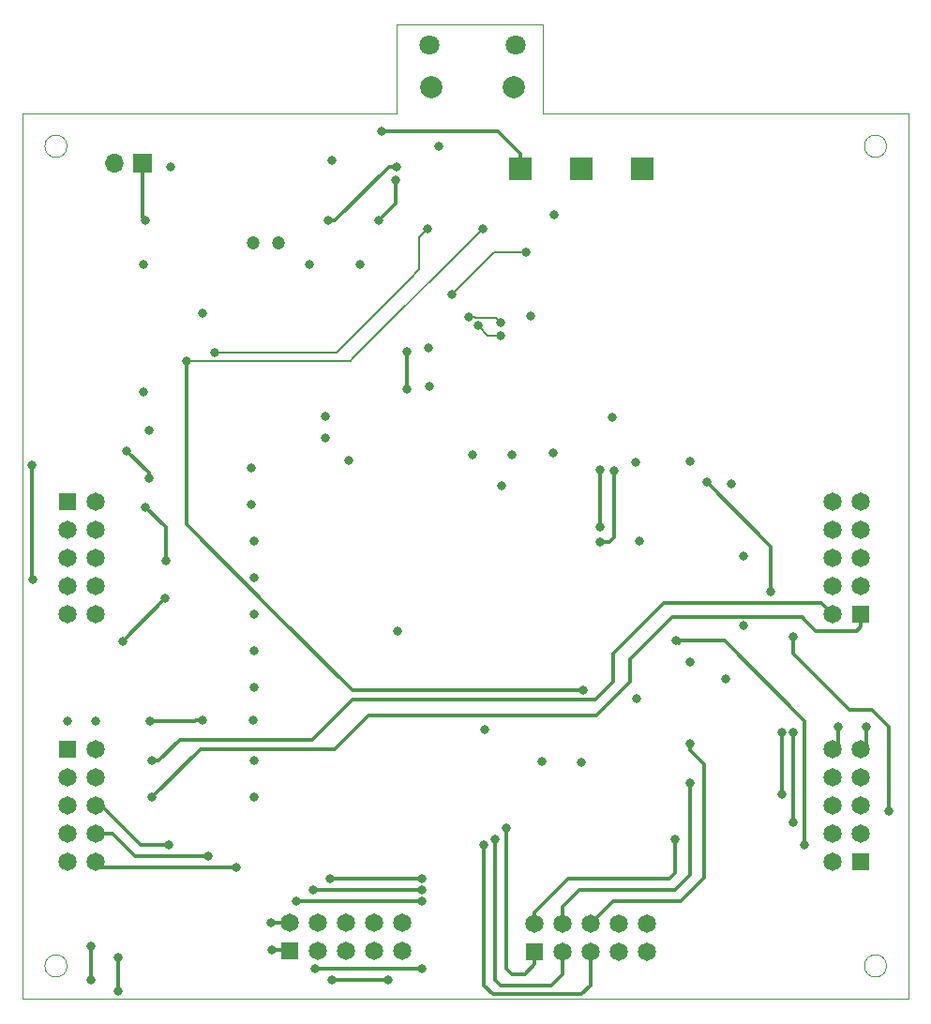
<source format=gbr>
%TF.GenerationSoftware,KiCad,Pcbnew,(5.0.0)*%
%TF.CreationDate,2020-03-23T14:11:06+01:00*%
%TF.ProjectId,Schaltplan_Mainboard,536368616C74706C616E5F4D61696E62,rev?*%
%TF.SameCoordinates,Original*%
%TF.FileFunction,Copper,L4,Bot,Signal*%
%TF.FilePolarity,Positive*%
%FSLAX46Y46*%
G04 Gerber Fmt 4.6, Leading zero omitted, Abs format (unit mm)*
G04 Created by KiCad (PCBNEW (5.0.0)) date 03/23/20 14:11:06*
%MOMM*%
%LPD*%
G01*
G04 APERTURE LIST*
%TA.AperFunction,NonConductor*%
%ADD10C,0.100000*%
%TD*%
%TA.AperFunction,ComponentPad*%
%ADD11R,1.650000X1.650000*%
%TD*%
%TA.AperFunction,ComponentPad*%
%ADD12C,1.650000*%
%TD*%
%TA.AperFunction,ComponentPad*%
%ADD13R,1.700000X1.700000*%
%TD*%
%TA.AperFunction,ComponentPad*%
%ADD14O,1.700000X1.700000*%
%TD*%
%TA.AperFunction,ComponentPad*%
%ADD15R,2.000000X2.000000*%
%TD*%
%TA.AperFunction,ComponentPad*%
%ADD16C,1.800000*%
%TD*%
%TA.AperFunction,ComponentPad*%
%ADD17C,2.000000*%
%TD*%
%TA.AperFunction,ViaPad*%
%ADD18C,0.800000*%
%TD*%
%TA.AperFunction,ViaPad*%
%ADD19C,1.200000*%
%TD*%
%TA.AperFunction,Conductor*%
%ADD20C,0.200000*%
%TD*%
%TA.AperFunction,Conductor*%
%ADD21C,0.350000*%
%TD*%
G04 APERTURE END LIST*
D10*
X172400000Y-64440000D02*
X205400000Y-64440000D01*
X172400000Y-56440000D02*
X159200000Y-56440000D01*
X172400000Y-64440000D02*
X172400000Y-56440000D01*
X125400000Y-64440000D02*
X159200000Y-64440000D01*
X159200000Y-64440000D02*
X159200000Y-56440000D01*
X129400000Y-141450000D02*
G75*
G03X129400000Y-141450000I-1000000J0D01*
G01*
X203410000Y-67440000D02*
G75*
G03X203410000Y-67440000I-1000000J0D01*
G01*
X129400000Y-67440000D02*
G75*
G03X129400000Y-67440000I-1000000J0D01*
G01*
X203410000Y-141450000D02*
G75*
G03X203410000Y-141450000I-1000000J0D01*
G01*
X125400000Y-64440000D02*
X125400000Y-144440000D01*
X125400000Y-144440000D02*
X205400000Y-144440000D01*
X205400000Y-64440000D02*
X205400000Y-144440000D01*
D11*
%TO.P,J5,1*%
%TO.N,Net-(J5-Pad1)*%
X201092000Y-109652000D03*
D12*
%TO.P,J5,2*%
%TO.N,Net-(J5-Pad2)*%
X198552000Y-109652000D03*
%TO.P,J5,3*%
%TO.N,N/C*%
X201092000Y-107112000D03*
%TO.P,J5,4*%
X198552000Y-107112000D03*
%TO.P,J5,5*%
X201092000Y-104572000D03*
%TO.P,J5,6*%
X198552000Y-104572000D03*
%TO.P,J5,7*%
X201092000Y-102032000D03*
%TO.P,J5,8*%
X198552000Y-102032000D03*
%TO.P,J5,9*%
X201092000Y-99492000D03*
%TO.P,J5,10*%
X198552000Y-99492000D03*
%TD*%
%TO.P,J3,10*%
%TO.N,N/C*%
X181788000Y-137592000D03*
%TO.P,J3,9*%
X181788000Y-140132000D03*
%TO.P,J3,8*%
X179248000Y-137592000D03*
%TO.P,J3,7*%
X179248000Y-140132000D03*
%TO.P,J3,6*%
%TO.N,Net-(C29-Pad1)*%
X176708000Y-137592000D03*
%TO.P,J3,5*%
%TO.N,Net-(J3-Pad5)*%
X176708000Y-140132000D03*
%TO.P,J3,4*%
%TO.N,Net-(C28-Pad1)*%
X174168000Y-137592000D03*
%TO.P,J3,3*%
%TO.N,Net-(J3-Pad3)*%
X174168000Y-140132000D03*
%TO.P,J3,2*%
%TO.N,Net-(C27-Pad1)*%
X171628000Y-137592000D03*
D11*
%TO.P,J3,1*%
%TO.N,Net-(J3-Pad1)*%
X171628000Y-140132000D03*
%TD*%
D13*
%TO.P,TP1,1*%
%TO.N,EN*%
X136195000Y-68948500D03*
D14*
%TO.P,TP1,2*%
%TO.N,GND*%
X133655000Y-68948500D03*
%TD*%
D15*
%TO.P,TP2,1*%
%TO.N,+3V3*%
X175882500Y-69456500D03*
%TD*%
%TO.P,TP3,1*%
%TO.N,+5V*%
X170358000Y-69456500D03*
%TD*%
%TO.P,TP4,1*%
%TO.N,GND*%
X181343500Y-69456500D03*
%TD*%
D16*
%TO.P,J1,6*%
%TO.N,Net-(J1-Pad6)*%
X162125000Y-58290000D03*
X169875000Y-58290000D03*
D17*
X162275000Y-62090000D03*
X169725000Y-62090000D03*
%TD*%
D11*
%TO.P,J2,1*%
%TO.N,+3V3*%
X149520862Y-140095843D03*
D12*
%TO.P,J2,2*%
%TO.N,GND*%
X149520862Y-137555843D03*
%TO.P,J2,3*%
%TO.N,+5V*%
X152060862Y-140095843D03*
%TO.P,J2,4*%
%TO.N,/VSPI_CLK*%
X152060862Y-137555843D03*
%TO.P,J2,5*%
%TO.N,/SCL*%
X154600862Y-140095843D03*
%TO.P,J2,6*%
%TO.N,/VSPI_MOSI*%
X154600862Y-137555843D03*
%TO.P,J2,7*%
%TO.N,/SDA*%
X157140862Y-140095843D03*
%TO.P,J2,8*%
%TO.N,/VSPI_MISO*%
X157140862Y-137555843D03*
%TO.P,J2,9*%
%TO.N,Net-(J2-Pad9)*%
X159680862Y-140095843D03*
%TO.P,J2,10*%
%TO.N,/VSPI_CS*%
X159680862Y-137555843D03*
%TD*%
%TO.P,J7,10*%
%TO.N,N/C*%
X132004000Y-109652000D03*
%TO.P,J7,9*%
X129464000Y-109652000D03*
%TO.P,J7,8*%
%TO.N,Net-(J7-Pad8)*%
X132004000Y-107112000D03*
%TO.P,J7,7*%
%TO.N,Net-(J7-Pad7)*%
X129464000Y-107112000D03*
%TO.P,J7,6*%
%TO.N,Net-(C23-Pad1)*%
X132004000Y-104572000D03*
%TO.P,J7,5*%
%TO.N,Net-(J7-Pad5)*%
X129464000Y-104572000D03*
%TO.P,J7,4*%
%TO.N,Net-(C22-Pad1)*%
X132004000Y-102032000D03*
%TO.P,J7,3*%
%TO.N,Net-(J7-Pad3)*%
X129464000Y-102032000D03*
%TO.P,J7,2*%
%TO.N,Net-(J7-Pad2)*%
X132004000Y-99492000D03*
D11*
%TO.P,J7,1*%
%TO.N,Net-(J7-Pad1)*%
X129464000Y-99492000D03*
%TD*%
D12*
%TO.P,J4,10*%
%TO.N,/VSPI_CS*%
X198552000Y-121844000D03*
%TO.P,J4,9*%
%TO.N,Net-(J4-Pad9)*%
X201092000Y-121844000D03*
%TO.P,J4,8*%
%TO.N,/VSPI_MISO*%
X198552000Y-124384000D03*
%TO.P,J4,7*%
%TO.N,/SDA*%
X201092000Y-124384000D03*
%TO.P,J4,6*%
%TO.N,/VSPI_MOSI*%
X198552000Y-126924000D03*
%TO.P,J4,5*%
%TO.N,/SCL*%
X201092000Y-126924000D03*
%TO.P,J4,4*%
%TO.N,/VSPI_CLK*%
X198552000Y-129464000D03*
%TO.P,J4,3*%
%TO.N,+5V*%
X201092000Y-129464000D03*
%TO.P,J4,2*%
%TO.N,GND*%
X198552000Y-132004000D03*
D11*
%TO.P,J4,1*%
%TO.N,+3V3*%
X201092000Y-132004000D03*
%TD*%
D12*
%TO.P,J6,10*%
%TO.N,/VSPI_CS*%
X132004000Y-132004000D03*
%TO.P,J6,9*%
%TO.N,Net-(J6-Pad9)*%
X129464000Y-132004000D03*
%TO.P,J6,8*%
%TO.N,/VSPI_MISO*%
X132004000Y-129464000D03*
%TO.P,J6,7*%
%TO.N,/SDA*%
X129464000Y-129464000D03*
%TO.P,J6,6*%
%TO.N,/VSPI_MOSI*%
X132004000Y-126924000D03*
%TO.P,J6,5*%
%TO.N,/SCL*%
X129464000Y-126924000D03*
%TO.P,J6,4*%
%TO.N,/VSPI_CLK*%
X132004000Y-124384000D03*
%TO.P,J6,3*%
%TO.N,+5V*%
X129464000Y-124384000D03*
%TO.P,J6,2*%
%TO.N,GND*%
X132004000Y-121844000D03*
D11*
%TO.P,J6,1*%
%TO.N,+3V3*%
X129464000Y-121844000D03*
%TD*%
D18*
%TO.N,Net-(C13-Pad1)*%
X166536000Y-83629000D03*
X168580000Y-84506000D03*
%TO.N,/RXD*%
X177546000Y-101854000D03*
X177546000Y-96622000D03*
%TO.N,Net-(D1-Pad4)*%
X153020093Y-74157907D03*
X159120000Y-69266000D03*
%TO.N,GND*%
X167132000Y-120142000D03*
X146304000Y-116332000D03*
X146304000Y-113030000D03*
X146304000Y-109728000D03*
X146304000Y-106426000D03*
X146304000Y-103124000D03*
X146304000Y-122936000D03*
X168656000Y-98071000D03*
X190508000Y-104445000D03*
X190504000Y-110744000D03*
X185674000Y-114046000D03*
X188900000Y-115570000D03*
X146050000Y-96520000D03*
X146304000Y-126238000D03*
X146217292Y-119293292D03*
X180772000Y-95936000D03*
X147846862Y-137585843D03*
X189400000Y-97940000D03*
X146038000Y-99822000D03*
X132004000Y-119304000D03*
X159253000Y-111176000D03*
X136322000Y-89648000D03*
X136322000Y-78124000D03*
D19*
X148514000Y-76124000D03*
D18*
X153348000Y-68750000D03*
X151320593Y-78081579D03*
X155892593Y-78081579D03*
X138735000Y-69266000D03*
X141656000Y-82474000D03*
X162030000Y-85690000D03*
X173324000Y-95129000D03*
X178613000Y-91950500D03*
X166040000Y-95301000D03*
X152705000Y-93761000D03*
X154864000Y-95840000D03*
X163000000Y-67440000D03*
X172326500Y-122987000D03*
X171310500Y-82728000D03*
%TO.N,+5V*%
X126300000Y-106530000D03*
X126187400Y-96190000D03*
X157785000Y-66091000D03*
X151772000Y-141700000D03*
X161424000Y-141700000D03*
%TO.N,/SDA*%
X134036000Y-143688000D03*
X134036000Y-140640000D03*
%TO.N,+3V3*%
X181102000Y-103124000D03*
X180848000Y-117348000D03*
X185661000Y-95885000D03*
X147906862Y-140035843D03*
X129464000Y-119304000D03*
X136800000Y-93140000D03*
D19*
X146228000Y-76124000D03*
D18*
X169596000Y-95301000D03*
X152705000Y-91840000D03*
X175819000Y-123050500D03*
X173406000Y-73647500D03*
X162166500Y-89141500D03*
%TO.N,/SCL*%
X131538010Y-142714010D03*
X131538010Y-139666010D03*
X153297990Y-142714010D03*
X158377990Y-142714010D03*
X203632000Y-127432000D03*
X194996000Y-111684000D03*
%TO.N,Net-(J5-Pad2)*%
X137100000Y-122940000D03*
%TO.N,/VSPI_CLK*%
X184404000Y-112092500D03*
X150065019Y-135560000D03*
X161468000Y-135560000D03*
X196012000Y-130480000D03*
%TO.N,/VSPI_MISO*%
X142164000Y-131496000D03*
X153113019Y-133528000D03*
X161468000Y-133528000D03*
X193980000Y-125908000D03*
X193980000Y-120320000D03*
%TO.N,/VSPI_MOSI*%
X187175000Y-97790000D03*
X138608000Y-130480000D03*
X151589019Y-134544000D03*
X161468000Y-134544000D03*
X194996000Y-128448000D03*
X194996000Y-120320000D03*
X192964000Y-107620000D03*
%TO.N,IO0*%
X176022000Y-116586000D03*
X140200000Y-86810000D03*
X166929000Y-74854000D03*
%TO.N,Net-(D1-Pad3)*%
X159116000Y-70470000D03*
X157592093Y-74157907D03*
%TO.N,Net-(J5-Pad1)*%
X137100000Y-126240000D03*
%TO.N,Net-(C29-Pad1)*%
X185674000Y-121412000D03*
%TO.N,Net-(C28-Pad1)*%
X185674000Y-124968000D03*
%TO.N,Net-(C27-Pad1)*%
X184328000Y-129972000D03*
%TO.N,Net-(J3-Pad5)*%
X138254500Y-108285500D03*
X134400000Y-112140000D03*
X167056000Y-130480000D03*
%TO.N,Net-(J3-Pad3)*%
X168072000Y-129972000D03*
%TO.N,Net-(J3-Pad1)*%
X169088000Y-128956000D03*
%TO.N,Net-(C23-Pad1)*%
X141600000Y-119293292D03*
X136900000Y-119340000D03*
%TO.N,/TXD*%
X177519000Y-103151000D03*
X178800000Y-96698000D03*
%TO.N,Net-(R17-Pad1)*%
X165659000Y-82855000D03*
X168580000Y-83363000D03*
%TO.N,Net-(J7-Pad7)*%
X136800000Y-97440000D03*
X134800000Y-94940000D03*
%TO.N,Net-(J7-Pad3)*%
X136500000Y-100040000D03*
X138300000Y-104840000D03*
%TO.N,/VSPI_CS*%
X199060000Y-119812000D03*
X144704000Y-132512000D03*
%TO.N,Net-(J4-Pad9)*%
X201600000Y-119812000D03*
%TO.N,/DTR*%
X164122501Y-80823000D03*
X170850000Y-76997000D03*
%TO.N,EN*%
X142750500Y-86030000D03*
X161976000Y-74854000D03*
X136449000Y-74124000D03*
%TO.N,VBUS*%
X160071000Y-89395500D03*
X160071000Y-85966500D03*
%TD*%
D20*
%TO.N,Net-(C13-Pad1)*%
X166536000Y-83629000D02*
X166935999Y-84028999D01*
X167413000Y-84506000D02*
X166536000Y-83629000D01*
X168580000Y-84506000D02*
X167413000Y-84506000D01*
D21*
%TO.N,/RXD*%
X177546000Y-101854000D02*
X177546000Y-96622000D01*
X177546000Y-96622000D02*
X177546000Y-96622000D01*
%TO.N,Net-(D1-Pad4)*%
X153585778Y-74157907D02*
X158477685Y-69266000D01*
X153020093Y-74157907D02*
X153585778Y-74157907D01*
X158477685Y-69266000D02*
X159182000Y-69266000D01*
X159182000Y-69266000D02*
X159182000Y-69266000D01*
%TO.N,GND*%
X149370862Y-137585843D02*
X147846862Y-137585843D01*
%TO.N,+5V*%
X152058862Y-140097843D02*
X152060862Y-140095843D01*
X126187400Y-106417400D02*
X126300000Y-106530000D01*
X126187400Y-96190000D02*
X126187400Y-106417400D01*
X170358000Y-68106500D02*
X168342500Y-66091000D01*
X170358000Y-69456500D02*
X170358000Y-68106500D01*
X168342500Y-66091000D02*
X157785000Y-66091000D01*
X157785000Y-66091000D02*
X157785000Y-66091000D01*
X151772000Y-141700000D02*
X161424000Y-141700000D01*
X161424000Y-141700000D02*
X161424000Y-141700000D01*
%TO.N,/SDA*%
X134036000Y-143688000D02*
X134036000Y-142079980D01*
X134036000Y-142164000D02*
X134036000Y-140640000D01*
%TO.N,+3V3*%
X149430862Y-140035843D02*
X147906862Y-140035843D01*
%TO.N,/SCL*%
X131538010Y-142714010D02*
X131538010Y-139666010D01*
X131538010Y-139666010D02*
X131538010Y-139666010D01*
X153297990Y-142714010D02*
X158377990Y-142714010D01*
X158377990Y-142714010D02*
X158377990Y-142714010D01*
X203632000Y-127432000D02*
X203632000Y-119812000D01*
X203632000Y-119812000D02*
X202108000Y-118288000D01*
X202108000Y-118288000D02*
X200076000Y-118288000D01*
X200076000Y-118288000D02*
X195504000Y-113716000D01*
X195504000Y-113716000D02*
X194996000Y-113208000D01*
X194996000Y-113208000D02*
X194996000Y-111684000D01*
X194996000Y-111684000D02*
X194996000Y-111684000D01*
%TO.N,Net-(J5-Pad2)*%
X137665685Y-122940000D02*
X137100000Y-122940000D01*
X139565685Y-121040000D02*
X137665685Y-122940000D01*
X151500000Y-121040000D02*
X139565685Y-121040000D01*
X155178999Y-117361001D02*
X151500000Y-121040000D01*
X197536000Y-108636000D02*
X183312000Y-108636000D01*
X198552000Y-109652000D02*
X197536000Y-108636000D01*
X178740000Y-113208000D02*
X178740000Y-115748000D01*
X183312000Y-108636000D02*
X178740000Y-113208000D01*
X178740000Y-115748000D02*
X177126999Y-117361001D01*
X177126999Y-117361001D02*
X155178999Y-117361001D01*
%TO.N,/VSPI_CLK*%
X184404000Y-112092500D02*
X184658000Y-112346500D01*
X150065019Y-135560000D02*
X161468000Y-135560000D01*
X161468000Y-135560000D02*
X161468000Y-135560000D01*
X188800500Y-112092500D02*
X184404000Y-112092500D01*
X196012000Y-130480000D02*
X196012000Y-119304000D01*
X196012000Y-119304000D02*
X188800500Y-112092500D01*
%TO.N,/VSPI_MISO*%
X142164000Y-131496000D02*
X135560000Y-131496000D01*
X133528000Y-129464000D02*
X132004000Y-129464000D01*
X135560000Y-131496000D02*
X133528000Y-129464000D01*
X153113019Y-133528000D02*
X159436000Y-133528000D01*
X159436000Y-133528000D02*
X160452000Y-133528000D01*
X160452000Y-133528000D02*
X161468000Y-133528000D01*
X161468000Y-133528000D02*
X161468000Y-133528000D01*
X193980000Y-125908000D02*
X193980000Y-120320000D01*
X193980000Y-120320000D02*
X193980000Y-120320000D01*
%TO.N,/VSPI_MOSI*%
X132512000Y-126924000D02*
X132004000Y-126924000D01*
X138608000Y-130480000D02*
X136068000Y-130480000D01*
X136068000Y-130480000D02*
X132512000Y-126924000D01*
X151589019Y-134544000D02*
X160452000Y-134544000D01*
X160452000Y-134544000D02*
X161468000Y-134544000D01*
X161468000Y-134544000D02*
X161468000Y-134544000D01*
X194996000Y-128448000D02*
X194996000Y-120320000D01*
X194996000Y-120320000D02*
X194996000Y-120320000D01*
X192964000Y-103579000D02*
X187175000Y-97790000D01*
X192964000Y-107620000D02*
X192964000Y-103579000D01*
%TO.N,IO0*%
X176022000Y-116586000D02*
X167222000Y-116586000D01*
X167222000Y-116586000D02*
X155194000Y-116586000D01*
X148260000Y-109652000D02*
X155194000Y-116586000D01*
X148260000Y-109652000D02*
X140200000Y-101592000D01*
X140200000Y-101592000D02*
X140200000Y-86810000D01*
X140200000Y-86810000D02*
X140200000Y-86810000D01*
D20*
X166929000Y-74854000D02*
X166929000Y-74854000D01*
X153213000Y-86810000D02*
X154084000Y-86810000D01*
X166929000Y-74854000D02*
X155118000Y-86665000D01*
X140200000Y-86810000D02*
X153213000Y-86810000D01*
X154973000Y-86810000D02*
X155118000Y-86665000D01*
X154084000Y-86810000D02*
X154973000Y-86810000D01*
D21*
%TO.N,Net-(D1-Pad3)*%
X159116000Y-72634000D02*
X159116000Y-70470000D01*
X157592093Y-74157907D02*
X159116000Y-72634000D01*
%TO.N,Net-(J5-Pad1)*%
X201092000Y-110827000D02*
X200743000Y-111176000D01*
X201092000Y-109652000D02*
X201092000Y-110827000D01*
X200743000Y-111176000D02*
X197028000Y-111176000D01*
X195820999Y-109968999D02*
X196012000Y-110160000D01*
X184011001Y-109968999D02*
X195820999Y-109968999D01*
X180264000Y-113716000D02*
X184011001Y-109968999D01*
X180264000Y-115748000D02*
X180264000Y-113716000D01*
X177216000Y-118796000D02*
X180264000Y-115748000D01*
X197028000Y-111176000D02*
X196012000Y-110160000D01*
X137100000Y-126240000D02*
X141495000Y-121845000D01*
X141495000Y-121845000D02*
X153595000Y-121845000D01*
X153595000Y-121845000D02*
X156644000Y-118796000D01*
X156644000Y-118796000D02*
X177216000Y-118796000D01*
%TO.N,Net-(C29-Pad1)*%
X185674000Y-121977685D02*
X186944000Y-123247685D01*
X185674000Y-121412000D02*
X185674000Y-121977685D01*
X186944000Y-123247685D02*
X186944000Y-127940000D01*
X186944000Y-127940000D02*
X186944000Y-128016000D01*
X186944000Y-127940000D02*
X186944000Y-129896000D01*
X186944000Y-129388000D02*
X186944000Y-129388000D01*
X186944000Y-129388000D02*
X186944000Y-129896000D01*
X186944000Y-129896000D02*
X186944000Y-129388000D01*
X176708000Y-137592000D02*
X178740000Y-135560000D01*
X178740000Y-135560000D02*
X184836000Y-135560000D01*
X186944000Y-133452000D02*
X186944000Y-129896000D01*
X184836000Y-135560000D02*
X186944000Y-133452000D01*
%TO.N,Net-(C28-Pad1)*%
X185674000Y-129794000D02*
X185674000Y-129286000D01*
X174168000Y-137592000D02*
X174168000Y-136068000D01*
X185674000Y-127508000D02*
X185674000Y-124968000D01*
X185674000Y-133198000D02*
X185674000Y-127508000D01*
X184328000Y-134544000D02*
X185674000Y-133198000D01*
X175692000Y-134544000D02*
X184328000Y-134544000D01*
X174168000Y-136068000D02*
X175692000Y-134544000D01*
%TO.N,Net-(C27-Pad1)*%
X171628000Y-137592000D02*
X171628000Y-136576000D01*
X171628000Y-136576000D02*
X174676000Y-133528000D01*
X174676000Y-133528000D02*
X182804000Y-133528000D01*
X182804000Y-133528000D02*
X183820000Y-133528000D01*
X183820000Y-133528000D02*
X184328000Y-133020000D01*
X184328000Y-133020000D02*
X184328000Y-129972000D01*
X184328000Y-129972000D02*
X184328000Y-129972000D01*
%TO.N,Net-(J3-Pad5)*%
X138254500Y-108285500D02*
X134400000Y-112140000D01*
X176708000Y-140132000D02*
X176708000Y-142672000D01*
X176708000Y-142672000D02*
X176708000Y-143180000D01*
X175873010Y-144014990D02*
X168024990Y-144014990D01*
X176708000Y-143180000D02*
X175873010Y-144014990D01*
X168024990Y-144014990D02*
X167890990Y-144014990D01*
X134400000Y-112140000D02*
X134400000Y-112140000D01*
X167056000Y-143180000D02*
X167056000Y-130480000D01*
X167890990Y-144014990D02*
X167056000Y-143180000D01*
%TO.N,Net-(J3-Pad3)*%
X174168000Y-140132000D02*
X174168000Y-141656000D01*
X174168000Y-141656000D02*
X174168000Y-142164000D01*
X174168000Y-142164000D02*
X173152000Y-143180000D01*
X173152000Y-143180000D02*
X168580000Y-143180000D01*
X168580000Y-143180000D02*
X168072000Y-142672000D01*
X168072000Y-142672000D02*
X168072000Y-129972000D01*
X168072000Y-129972000D02*
X168072000Y-129972000D01*
%TO.N,Net-(J3-Pad1)*%
X171628000Y-141307000D02*
X170771000Y-142164000D01*
X171628000Y-140132000D02*
X171628000Y-141307000D01*
X170771000Y-142164000D02*
X169596000Y-142164000D01*
X169596000Y-142164000D02*
X169088000Y-141656000D01*
X169088000Y-141656000D02*
X169088000Y-128956000D01*
X169088000Y-128956000D02*
X169088000Y-128956000D01*
%TO.N,Net-(C23-Pad1)*%
X141034315Y-119293292D02*
X140987607Y-119340000D01*
X141600000Y-119293292D02*
X141034315Y-119293292D01*
X140987607Y-119340000D02*
X136900000Y-119340000D01*
X136900000Y-119340000D02*
X136700000Y-119340000D01*
%TO.N,/TXD*%
X177519000Y-103151000D02*
X178389000Y-103151000D01*
X178389000Y-103151000D02*
X178800000Y-102740000D01*
X178800000Y-102740000D02*
X178800000Y-99044000D01*
X178800000Y-99044000D02*
X178800000Y-96504000D01*
X178800000Y-96504000D02*
X178800000Y-96504000D01*
D20*
%TO.N,Net-(R17-Pad1)*%
X166298684Y-82928999D02*
X168145999Y-82928999D01*
X165659000Y-82855000D02*
X166224685Y-82855000D01*
X166224685Y-82855000D02*
X166298684Y-82928999D01*
X168145999Y-82928999D02*
X168580000Y-83363000D01*
D21*
%TO.N,Net-(J7-Pad7)*%
X136800000Y-96940000D02*
X134800000Y-94940000D01*
X136800000Y-97440000D02*
X136800000Y-96940000D01*
%TO.N,Net-(J7-Pad3)*%
X138300000Y-101840000D02*
X136500000Y-100040000D01*
X138300000Y-104840000D02*
X138300000Y-101840000D01*
%TO.N,/VSPI_CS*%
X199060000Y-121844000D02*
X199060000Y-120320000D01*
X199060000Y-120320000D02*
X199060000Y-120320000D01*
X199060000Y-120320000D02*
X199060000Y-119812000D01*
X132512000Y-132512000D02*
X132004000Y-132004000D01*
X144704000Y-132512000D02*
X132512000Y-132512000D01*
%TO.N,Net-(J1-Pad6)*%
X169725000Y-58440000D02*
X169875000Y-58290000D01*
X162275000Y-58440000D02*
X162125000Y-58290000D01*
%TO.N,Net-(J4-Pad9)*%
X201600000Y-121844000D02*
X201600000Y-120320000D01*
X201600000Y-120320000D02*
X201600000Y-120320000D01*
X201600000Y-120320000D02*
X201600000Y-119812000D01*
D20*
%TO.N,/DTR*%
X167948501Y-76997000D02*
X170850000Y-76997000D01*
X164122501Y-80823000D02*
X167948501Y-76997000D01*
%TO.N,EN*%
X142750500Y-86030000D02*
X153721000Y-86030000D01*
X153721000Y-86030000D02*
X160325000Y-79426000D01*
X161214000Y-75616000D02*
X161976000Y-74854000D01*
X161976000Y-74854000D02*
X161976000Y-74854000D01*
X160325000Y-79426000D02*
X161214000Y-78537000D01*
X161214000Y-78537000D02*
X161214000Y-75616000D01*
D21*
X136195000Y-73870000D02*
X136449000Y-74124000D01*
X136195000Y-68948500D02*
X136195000Y-73870000D01*
%TO.N,VBUS*%
X160071000Y-89395500D02*
X160071000Y-88829815D01*
X160071000Y-88829815D02*
X160071000Y-85966500D01*
X160071000Y-85966500D02*
X160071000Y-85966500D01*
%TD*%
M02*

</source>
